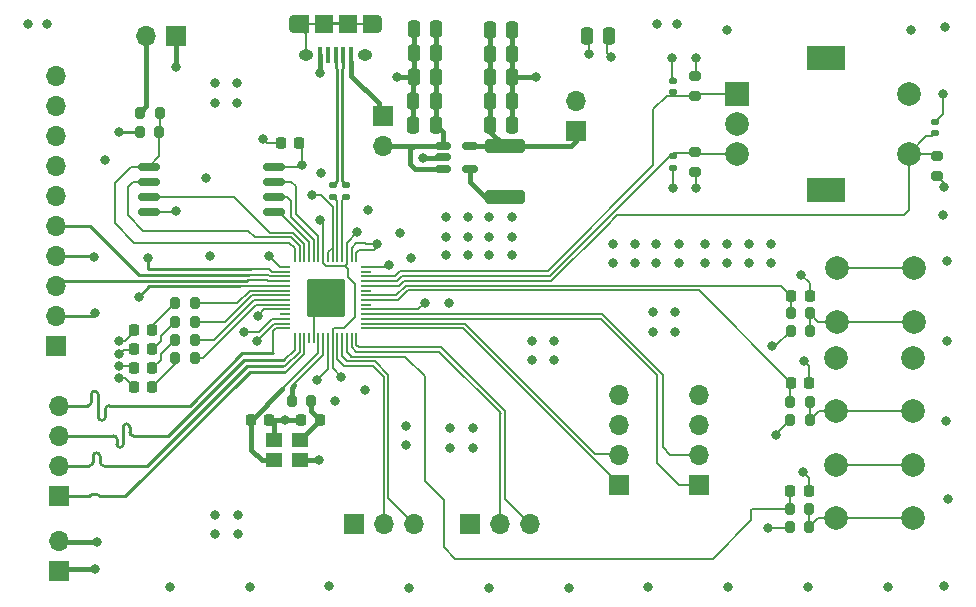
<source format=gtl>
G04 #@! TF.GenerationSoftware,KiCad,Pcbnew,6.0.6-3a73a75311~116~ubuntu20.04.1*
G04 #@! TF.CreationDate,2022-09-28T13:41:04-04:00*
G04 #@! TF.ProjectId,powerboard,706f7765-7262-46f6-9172-642e6b696361,rev?*
G04 #@! TF.SameCoordinates,Original*
G04 #@! TF.FileFunction,Copper,L1,Top*
G04 #@! TF.FilePolarity,Positive*
%FSLAX46Y46*%
G04 Gerber Fmt 4.6, Leading zero omitted, Abs format (unit mm)*
G04 Created by KiCad (PCBNEW 6.0.6-3a73a75311~116~ubuntu20.04.1) date 2022-09-28 13:41:04*
%MOMM*%
%LPD*%
G01*
G04 APERTURE LIST*
G04 Aperture macros list*
%AMRoundRect*
0 Rectangle with rounded corners*
0 $1 Rounding radius*
0 $2 $3 $4 $5 $6 $7 $8 $9 X,Y pos of 4 corners*
0 Add a 4 corners polygon primitive as box body*
4,1,4,$2,$3,$4,$5,$6,$7,$8,$9,$2,$3,0*
0 Add four circle primitives for the rounded corners*
1,1,$1+$1,$2,$3*
1,1,$1+$1,$4,$5*
1,1,$1+$1,$6,$7*
1,1,$1+$1,$8,$9*
0 Add four rect primitives between the rounded corners*
20,1,$1+$1,$2,$3,$4,$5,0*
20,1,$1+$1,$4,$5,$6,$7,0*
20,1,$1+$1,$6,$7,$8,$9,0*
20,1,$1+$1,$8,$9,$2,$3,0*%
G04 Aperture macros list end*
G04 #@! TA.AperFunction,SMDPad,CuDef*
%ADD10RoundRect,0.140000X0.170000X-0.140000X0.170000X0.140000X-0.170000X0.140000X-0.170000X-0.140000X0*%
G04 #@! TD*
G04 #@! TA.AperFunction,ComponentPad*
%ADD11C,2.000000*%
G04 #@! TD*
G04 #@! TA.AperFunction,SMDPad,CuDef*
%ADD12RoundRect,0.200000X0.200000X0.275000X-0.200000X0.275000X-0.200000X-0.275000X0.200000X-0.275000X0*%
G04 #@! TD*
G04 #@! TA.AperFunction,ComponentPad*
%ADD13R,1.700000X1.700000*%
G04 #@! TD*
G04 #@! TA.AperFunction,ComponentPad*
%ADD14O,1.700000X1.700000*%
G04 #@! TD*
G04 #@! TA.AperFunction,SMDPad,CuDef*
%ADD15R,0.400000X1.350000*%
G04 #@! TD*
G04 #@! TA.AperFunction,ComponentPad*
%ADD16O,0.890000X1.550000*%
G04 #@! TD*
G04 #@! TA.AperFunction,SMDPad,CuDef*
%ADD17R,1.500000X1.550000*%
G04 #@! TD*
G04 #@! TA.AperFunction,SMDPad,CuDef*
%ADD18R,1.200000X1.550000*%
G04 #@! TD*
G04 #@! TA.AperFunction,ComponentPad*
%ADD19O,1.250000X0.950000*%
G04 #@! TD*
G04 #@! TA.AperFunction,SMDPad,CuDef*
%ADD20RoundRect,0.225000X0.225000X0.250000X-0.225000X0.250000X-0.225000X-0.250000X0.225000X-0.250000X0*%
G04 #@! TD*
G04 #@! TA.AperFunction,SMDPad,CuDef*
%ADD21RoundRect,0.250000X-0.250000X-0.475000X0.250000X-0.475000X0.250000X0.475000X-0.250000X0.475000X0*%
G04 #@! TD*
G04 #@! TA.AperFunction,SMDPad,CuDef*
%ADD22RoundRect,0.250000X0.250000X0.475000X-0.250000X0.475000X-0.250000X-0.475000X0.250000X-0.475000X0*%
G04 #@! TD*
G04 #@! TA.AperFunction,SMDPad,CuDef*
%ADD23RoundRect,0.225000X-0.225000X-0.250000X0.225000X-0.250000X0.225000X0.250000X-0.225000X0.250000X0*%
G04 #@! TD*
G04 #@! TA.AperFunction,SMDPad,CuDef*
%ADD24RoundRect,0.218750X-0.218750X-0.256250X0.218750X-0.256250X0.218750X0.256250X-0.218750X0.256250X0*%
G04 #@! TD*
G04 #@! TA.AperFunction,SMDPad,CuDef*
%ADD25RoundRect,0.200000X-0.200000X-0.275000X0.200000X-0.275000X0.200000X0.275000X-0.200000X0.275000X0*%
G04 #@! TD*
G04 #@! TA.AperFunction,SMDPad,CuDef*
%ADD26RoundRect,0.200000X-0.275000X0.200000X-0.275000X-0.200000X0.275000X-0.200000X0.275000X0.200000X0*%
G04 #@! TD*
G04 #@! TA.AperFunction,SMDPad,CuDef*
%ADD27RoundRect,0.140000X-0.170000X0.140000X-0.170000X-0.140000X0.170000X-0.140000X0.170000X0.140000X0*%
G04 #@! TD*
G04 #@! TA.AperFunction,SMDPad,CuDef*
%ADD28RoundRect,0.150000X-0.512500X-0.150000X0.512500X-0.150000X0.512500X0.150000X-0.512500X0.150000X0*%
G04 #@! TD*
G04 #@! TA.AperFunction,ComponentPad*
%ADD29R,2.000000X2.000000*%
G04 #@! TD*
G04 #@! TA.AperFunction,ComponentPad*
%ADD30R,3.200000X2.000000*%
G04 #@! TD*
G04 #@! TA.AperFunction,SMDPad,CuDef*
%ADD31RoundRect,0.150000X-0.750000X-0.150000X0.750000X-0.150000X0.750000X0.150000X-0.750000X0.150000X0*%
G04 #@! TD*
G04 #@! TA.AperFunction,SMDPad,CuDef*
%ADD32R,1.400000X1.200000*%
G04 #@! TD*
G04 #@! TA.AperFunction,SMDPad,CuDef*
%ADD33RoundRect,0.135000X0.185000X-0.135000X0.185000X0.135000X-0.185000X0.135000X-0.185000X-0.135000X0*%
G04 #@! TD*
G04 #@! TA.AperFunction,SMDPad,CuDef*
%ADD34RoundRect,0.200000X0.275000X-0.200000X0.275000X0.200000X-0.275000X0.200000X-0.275000X-0.200000X0*%
G04 #@! TD*
G04 #@! TA.AperFunction,SMDPad,CuDef*
%ADD35RoundRect,0.050000X-0.387500X-0.050000X0.387500X-0.050000X0.387500X0.050000X-0.387500X0.050000X0*%
G04 #@! TD*
G04 #@! TA.AperFunction,SMDPad,CuDef*
%ADD36RoundRect,0.050000X-0.050000X-0.387500X0.050000X-0.387500X0.050000X0.387500X-0.050000X0.387500X0*%
G04 #@! TD*
G04 #@! TA.AperFunction,ComponentPad*
%ADD37C,0.600000*%
G04 #@! TD*
G04 #@! TA.AperFunction,SMDPad,CuDef*
%ADD38RoundRect,0.144000X-1.456000X-1.456000X1.456000X-1.456000X1.456000X1.456000X-1.456000X1.456000X0*%
G04 #@! TD*
G04 #@! TA.AperFunction,SMDPad,CuDef*
%ADD39RoundRect,0.250000X1.450000X-0.312500X1.450000X0.312500X-1.450000X0.312500X-1.450000X-0.312500X0*%
G04 #@! TD*
G04 #@! TA.AperFunction,ViaPad*
%ADD40C,0.800000*%
G04 #@! TD*
G04 #@! TA.AperFunction,Conductor*
%ADD41C,0.200000*%
G04 #@! TD*
G04 #@! TA.AperFunction,Conductor*
%ADD42C,0.400000*%
G04 #@! TD*
G04 #@! TA.AperFunction,Conductor*
%ADD43C,0.250000*%
G04 #@! TD*
G04 #@! TA.AperFunction,Conductor*
%ADD44C,0.254254*%
G04 #@! TD*
G04 #@! TA.AperFunction,Conductor*
%ADD45C,0.261112*%
G04 #@! TD*
G04 #@! TA.AperFunction,Conductor*
%ADD46C,0.293370*%
G04 #@! TD*
G04 APERTURE END LIST*
D10*
X127330200Y-25905400D03*
X127330200Y-24945400D03*
D11*
X125500200Y-37374000D03*
X119000200Y-37374000D03*
X125500200Y-41874000D03*
X119000200Y-41874000D03*
D12*
X74485000Y-48615600D03*
X72835000Y-48615600D03*
D13*
X87975200Y-58978800D03*
D14*
X90515200Y-58978800D03*
X93055200Y-58978800D03*
D15*
X77881000Y-19337000D03*
X77231000Y-19337000D03*
X76581000Y-19337000D03*
X75931000Y-19337000D03*
X75281000Y-19337000D03*
D16*
X80081000Y-16637000D03*
D17*
X75581000Y-16637000D03*
D18*
X79481000Y-16637000D03*
D19*
X74081000Y-19337000D03*
D16*
X73081000Y-16637000D03*
D19*
X79081000Y-19337000D03*
D17*
X77581000Y-16637000D03*
D18*
X73681000Y-16637000D03*
D20*
X70955200Y-50165000D03*
X69405200Y-50165000D03*
D21*
X89626400Y-25196800D03*
X91526400Y-25196800D03*
D11*
X125424000Y-54036400D03*
X118924000Y-54036400D03*
X125424000Y-58536400D03*
X118924000Y-58536400D03*
D22*
X85051750Y-23195200D03*
X83151750Y-23195200D03*
D23*
X115150600Y-39700200D03*
X116700600Y-39700200D03*
D24*
X59461300Y-45821600D03*
X61036300Y-45821600D03*
D22*
X85051750Y-25227200D03*
X83151750Y-25227200D03*
D25*
X114999000Y-59306400D03*
X116649000Y-59306400D03*
D13*
X107340400Y-55676800D03*
D14*
X107340400Y-53136800D03*
X107340400Y-50596800D03*
X107340400Y-48056800D03*
D20*
X73495200Y-26720800D03*
X71945200Y-26720800D03*
D23*
X115074400Y-56184800D03*
X116624400Y-56184800D03*
D22*
X85077150Y-19131200D03*
X83177150Y-19131200D03*
D23*
X115125200Y-47040800D03*
X116675200Y-47040800D03*
D25*
X60008000Y-24180800D03*
X61658000Y-24180800D03*
X115075200Y-50215800D03*
X116725200Y-50215800D03*
D26*
X107035600Y-21120600D03*
X107035600Y-22770600D03*
D10*
X105105200Y-22463400D03*
X105105200Y-21503400D03*
D27*
X105105200Y-27891800D03*
X105105200Y-28851800D03*
D12*
X64629800Y-40335200D03*
X62979800Y-40335200D03*
X116750600Y-41173400D03*
X115100600Y-41173400D03*
D13*
X78094600Y-58978800D03*
D14*
X80634600Y-58978800D03*
X83174600Y-58978800D03*
D13*
X100533600Y-55676800D03*
D14*
X100533600Y-53136800D03*
X100533600Y-50596800D03*
X100533600Y-48056800D03*
D21*
X89626400Y-21183600D03*
X91526400Y-21183600D03*
D13*
X63068200Y-17729200D03*
D14*
X60528200Y-17729200D03*
D12*
X64629800Y-44983400D03*
X62979800Y-44983400D03*
D28*
X85656650Y-27020400D03*
X85656650Y-27970400D03*
X85656650Y-28920400D03*
X87931650Y-28920400D03*
X87931650Y-27020400D03*
D29*
X110580600Y-22646000D03*
D11*
X110580600Y-27646000D03*
X110580600Y-25146000D03*
D30*
X118080600Y-30746000D03*
X118080600Y-19546000D03*
D11*
X125080600Y-27646000D03*
X125080600Y-22646000D03*
D12*
X64629800Y-41884600D03*
X62979800Y-41884600D03*
D23*
X73672400Y-50215800D03*
X75222400Y-50215800D03*
D22*
X85074800Y-17119600D03*
X83174800Y-17119600D03*
D13*
X53136800Y-56616600D03*
D14*
X53136800Y-54076600D03*
X53136800Y-51536600D03*
X53136800Y-48996600D03*
D25*
X115100600Y-42646600D03*
X116750600Y-42646600D03*
D21*
X89626400Y-23190200D03*
X91526400Y-23190200D03*
D31*
X60740400Y-28752800D03*
X60740400Y-30022800D03*
X60740400Y-31292800D03*
X60740400Y-32562800D03*
X71390400Y-32562800D03*
X71390400Y-31292800D03*
X71390400Y-30022800D03*
X71390400Y-28752800D03*
D32*
X73540800Y-51905800D03*
X71340800Y-51905800D03*
X71340800Y-53605800D03*
X73540800Y-53605800D03*
D24*
X59461300Y-42595800D03*
X61036300Y-42595800D03*
X59461300Y-44196000D03*
X61036300Y-44196000D03*
D21*
X89626400Y-19177000D03*
X91526400Y-19177000D03*
D33*
X76377800Y-31294800D03*
X76377800Y-30274800D03*
D12*
X116649000Y-57734200D03*
X114999000Y-57734200D03*
D24*
X59461300Y-47447200D03*
X61036300Y-47447200D03*
D12*
X116725200Y-48641000D03*
X115075200Y-48641000D03*
D13*
X96926400Y-25709800D03*
D14*
X96926400Y-23169800D03*
D13*
X53136800Y-62992000D03*
D14*
X53136800Y-60452000D03*
D22*
X85077150Y-21163200D03*
X83177150Y-21163200D03*
D11*
X125449400Y-44943200D03*
X118949400Y-44943200D03*
X118949400Y-49443200D03*
X125449400Y-49443200D03*
D34*
X107035600Y-29196800D03*
X107035600Y-27546800D03*
D13*
X80545750Y-24460200D03*
D14*
X80545750Y-27000200D03*
D35*
X72276900Y-37245650D03*
X72276900Y-37645650D03*
X72276900Y-38045650D03*
X72276900Y-38445650D03*
X72276900Y-38845650D03*
X72276900Y-39245650D03*
X72276900Y-39645650D03*
X72276900Y-40045650D03*
X72276900Y-40445650D03*
X72276900Y-40845650D03*
X72276900Y-41245650D03*
X72276900Y-41645650D03*
X72276900Y-42045650D03*
X72276900Y-42445650D03*
D36*
X73114400Y-43283150D03*
X73514400Y-43283150D03*
X73914400Y-43283150D03*
X74314400Y-43283150D03*
X74714400Y-43283150D03*
X75114400Y-43283150D03*
X75514400Y-43283150D03*
X75914400Y-43283150D03*
X76314400Y-43283150D03*
X76714400Y-43283150D03*
X77114400Y-43283150D03*
X77514400Y-43283150D03*
X77914400Y-43283150D03*
X78314400Y-43283150D03*
D35*
X79151900Y-42445650D03*
X79151900Y-42045650D03*
X79151900Y-41645650D03*
X79151900Y-41245650D03*
X79151900Y-40845650D03*
X79151900Y-40445650D03*
X79151900Y-40045650D03*
X79151900Y-39645650D03*
X79151900Y-39245650D03*
X79151900Y-38845650D03*
X79151900Y-38445650D03*
X79151900Y-38045650D03*
X79151900Y-37645650D03*
X79151900Y-37245650D03*
D36*
X78314400Y-36408150D03*
X77914400Y-36408150D03*
X77514400Y-36408150D03*
X77114400Y-36408150D03*
X76714400Y-36408150D03*
X76314400Y-36408150D03*
X75914400Y-36408150D03*
X75514400Y-36408150D03*
X75114400Y-36408150D03*
X74714400Y-36408150D03*
X74314400Y-36408150D03*
X73914400Y-36408150D03*
X73514400Y-36408150D03*
X73114400Y-36408150D03*
D37*
X75714400Y-41120650D03*
X75714400Y-39845650D03*
D38*
X75714400Y-39845650D03*
D37*
X74439400Y-41120650D03*
X75714400Y-38570650D03*
X76989400Y-41120650D03*
X76989400Y-39845650D03*
X74439400Y-38570650D03*
X74439400Y-39845650D03*
X76989400Y-38570650D03*
D34*
X127457200Y-29527000D03*
X127457200Y-27877000D03*
D39*
X90881200Y-31322100D03*
X90881200Y-27047100D03*
D13*
X52933600Y-43967400D03*
D14*
X52933600Y-41427400D03*
X52933600Y-38887400D03*
X52933600Y-36347400D03*
X52933600Y-33807400D03*
X52933600Y-31267400D03*
X52933600Y-28727400D03*
X52933600Y-26187400D03*
X52933600Y-23647400D03*
X52933600Y-21107400D03*
D21*
X89626400Y-17145000D03*
X91526400Y-17145000D03*
D25*
X59982600Y-25781000D03*
X61632600Y-25781000D03*
D21*
X97856000Y-17729200D03*
X99756000Y-17729200D03*
D12*
X64629800Y-43434000D03*
X62979800Y-43434000D03*
D33*
X77444600Y-31294800D03*
X77444600Y-30274800D03*
D40*
X57048400Y-28194000D03*
X65557400Y-29692600D03*
X103403400Y-42722800D03*
X70434200Y-26416000D03*
X100025200Y-35280600D03*
X82956400Y-36449000D03*
X99898200Y-19456400D03*
X63093600Y-20320000D03*
X66395600Y-58216800D03*
X89560400Y-33045400D03*
X52171600Y-16662400D03*
X101930200Y-35280600D03*
X93167200Y-45161200D03*
X81991200Y-34366200D03*
X116255800Y-45212000D03*
X58267600Y-44602400D03*
X113436400Y-36931600D03*
X88188800Y-50901600D03*
X89560400Y-34696400D03*
X81762600Y-21183600D03*
X88188800Y-52552600D03*
X103403400Y-41071800D03*
X65938400Y-36347400D03*
X105308400Y-41071800D03*
X87807800Y-36195000D03*
X105638600Y-36931600D03*
X111531400Y-35280600D03*
X127990600Y-32842200D03*
X66395600Y-59867800D03*
X123315185Y-64312800D03*
X68300600Y-59867800D03*
X93167200Y-43510200D03*
X111531400Y-36931600D03*
X82524600Y-50698400D03*
X91465400Y-34696400D03*
X105054400Y-19583400D03*
X72263000Y-50241200D03*
X103809800Y-16662400D03*
X75361800Y-29260800D03*
X101930200Y-36931600D03*
X115951000Y-37896800D03*
X95072200Y-43510200D03*
X89542260Y-64389000D03*
X91465400Y-33045400D03*
X95072200Y-45161200D03*
X75260200Y-20802600D03*
X116128800Y-54635400D03*
X89560400Y-36195000D03*
X113436400Y-35280600D03*
X62523920Y-64312800D03*
X109728000Y-17145000D03*
X109728000Y-36931600D03*
X107823000Y-35280600D03*
X127965200Y-22606000D03*
X82524600Y-52349400D03*
X103051430Y-64363600D03*
X79095600Y-47650400D03*
X58267600Y-45618400D03*
X107823000Y-36931600D03*
X103733600Y-36931600D03*
X116560600Y-64312800D03*
X93548200Y-21158200D03*
X66319400Y-21691600D03*
X79273400Y-32435800D03*
X69278505Y-64312800D03*
X68300600Y-58216800D03*
X83949350Y-27998550D03*
X76479400Y-48615600D03*
X105638600Y-35280600D03*
X76033090Y-64287400D03*
X109728000Y-35280600D03*
X91465400Y-36195000D03*
X128346200Y-43535600D03*
X128219200Y-50292000D03*
X128295400Y-36779200D03*
X85902800Y-33045400D03*
X85902800Y-36195000D03*
X68224400Y-23342600D03*
X63093600Y-32537400D03*
X75184000Y-53594000D03*
X105308400Y-42722800D03*
X125272800Y-17145000D03*
X87807800Y-34696400D03*
X85902800Y-34696400D03*
X100025200Y-36931600D03*
X66319400Y-23342600D03*
X86283800Y-50901600D03*
X128397000Y-56935917D03*
X58242200Y-46634400D03*
X56182300Y-62809200D03*
X86283800Y-52552600D03*
X128117600Y-64262000D03*
X105460800Y-16662400D03*
X58242200Y-43484800D03*
X103733600Y-35280600D03*
X68224400Y-21691600D03*
X105105200Y-30581600D03*
X96296845Y-64389000D03*
X50520600Y-16662400D03*
X86131400Y-40309800D03*
X128168400Y-16916400D03*
X87807800Y-33045400D03*
X82787675Y-64414400D03*
X109806015Y-64338200D03*
X80086200Y-35280600D03*
X81051400Y-37109400D03*
X70942200Y-36296600D03*
X70017647Y-41367178D03*
X128066800Y-30505400D03*
X56385500Y-60548600D03*
X74955400Y-46812200D03*
X84150200Y-40259000D03*
X107111800Y-30556200D03*
X73685400Y-28651200D03*
X113842800Y-51460400D03*
X107111800Y-19583400D03*
X113207800Y-59309000D03*
X113538000Y-43942000D03*
X98044000Y-19202400D03*
X74549000Y-31165800D03*
X58242200Y-25781000D03*
X75285600Y-33248600D03*
X77063600Y-46583600D03*
X78384400Y-34315400D03*
X60655200Y-36449000D03*
X56235600Y-41122600D03*
X59918600Y-39827200D03*
X56108600Y-36372800D03*
X69875400Y-43484800D03*
X68808600Y-42722800D03*
D41*
X126526200Y-26200400D02*
X127035200Y-26200400D01*
X127035200Y-26200400D02*
X127330200Y-25905400D01*
X127965200Y-22606000D02*
X127965200Y-24310400D01*
X127965200Y-24310400D02*
X127330200Y-24945400D01*
X58699300Y-46634400D02*
X59461300Y-47396400D01*
X118949400Y-37374000D02*
X125449400Y-37374000D01*
D42*
X75172200Y-53605800D02*
X75184000Y-53594000D01*
X91526400Y-25196800D02*
X91526400Y-17145000D01*
D41*
X59258100Y-45618400D02*
X59461300Y-45821600D01*
D42*
X63093600Y-20320000D02*
X63093600Y-17754600D01*
D41*
X58699300Y-43484800D02*
X59461300Y-42722800D01*
D42*
X91526400Y-21183600D02*
X93522800Y-21183600D01*
X70955200Y-50165000D02*
X72186800Y-50165000D01*
D41*
X118924000Y-54036400D02*
X125424000Y-54036400D01*
X116624400Y-56184800D02*
X116624400Y-55131000D01*
D42*
X71340800Y-51905800D02*
X71340800Y-50550600D01*
X56182300Y-62809200D02*
X53875900Y-62809200D01*
D41*
X63068200Y-32562800D02*
X60740400Y-32562800D01*
D42*
X83177150Y-21163200D02*
X83177150Y-19131200D01*
X73672400Y-50215800D02*
X72288400Y-50215800D01*
D41*
X105054400Y-19583400D02*
X105054400Y-21157600D01*
D42*
X81762600Y-21183600D02*
X83156750Y-21183600D01*
X72186800Y-50165000D02*
X72263000Y-50241200D01*
D41*
X58267600Y-45618400D02*
X59258100Y-45618400D01*
X59461300Y-44246800D02*
X58623200Y-44246800D01*
D42*
X75260200Y-19352800D02*
X75281000Y-19332000D01*
D41*
X74714400Y-43283150D02*
X74714400Y-41395650D01*
X77731000Y-16672000D02*
X79956000Y-16672000D01*
D42*
X72288400Y-50215800D02*
X72263000Y-50241200D01*
X83151750Y-21188600D02*
X83177150Y-21163200D01*
X83174800Y-17068800D02*
X83174800Y-19128850D01*
X85628500Y-27998550D02*
X85656650Y-27970400D01*
D41*
X99898200Y-19456400D02*
X99581000Y-19139200D01*
D42*
X63093600Y-17754600D02*
X63068200Y-17729200D01*
D41*
X58242200Y-46634400D02*
X58699300Y-46634400D01*
X99581000Y-19139200D02*
X99581000Y-17729200D01*
X63093600Y-32537400D02*
X63068200Y-32562800D01*
X70739000Y-26720800D02*
X70434200Y-26416000D01*
X116675200Y-47040800D02*
X116675200Y-45631400D01*
X116700600Y-38646400D02*
X116700600Y-39700200D01*
X58242200Y-43484800D02*
X58699300Y-43484800D01*
X74093500Y-19247000D02*
X74093500Y-17559500D01*
D42*
X75260200Y-20802600D02*
X75260200Y-19352800D01*
D41*
X115951000Y-37896800D02*
X116700600Y-38646400D01*
X74093500Y-17559500D02*
X73206000Y-16672000D01*
D42*
X83151750Y-25227200D02*
X83151750Y-23195200D01*
D41*
X116624400Y-55131000D02*
X116128800Y-54635400D01*
D43*
X75581000Y-16572000D02*
X77581000Y-16572000D01*
D41*
X105054400Y-21157600D02*
X105105200Y-21208400D01*
D42*
X93522800Y-21183600D02*
X93548200Y-21158200D01*
X85605850Y-28021200D02*
X85583200Y-27998550D01*
X83156750Y-21183600D02*
X83177150Y-21163200D01*
X71340800Y-50550600D02*
X70955200Y-50165000D01*
D41*
X71945200Y-26720800D02*
X70739000Y-26720800D01*
D42*
X83151750Y-23195200D02*
X83151750Y-21188600D01*
D41*
X75031000Y-16672000D02*
X73206000Y-16672000D01*
X74714400Y-41395650D02*
X74439400Y-41120650D01*
D42*
X83949350Y-27998550D02*
X85628500Y-27998550D01*
X83174800Y-19128850D02*
X83177150Y-19131200D01*
X73540800Y-53605800D02*
X75172200Y-53605800D01*
X85583200Y-27998550D02*
X83949350Y-27998550D01*
D41*
X105105200Y-30581600D02*
X105105200Y-29146800D01*
X58623200Y-44246800D02*
X58267600Y-44602400D01*
X116675200Y-45631400D02*
X116255800Y-45212000D01*
X79121000Y-35255200D02*
X79146400Y-35280600D01*
X79806800Y-35788600D02*
X80086200Y-35509200D01*
D44*
X59982600Y-25781000D02*
X58242200Y-25781000D01*
D41*
X98031000Y-19189400D02*
X98031000Y-17729200D01*
X107111800Y-19583400D02*
X107111800Y-21044400D01*
X75914400Y-36408150D02*
X75914400Y-36023600D01*
X107111800Y-30556200D02*
X107111800Y-29273000D01*
X76314400Y-32166583D02*
X76314400Y-35623600D01*
X74955400Y-46812200D02*
X75914400Y-45853200D01*
X81051400Y-37109400D02*
X80915150Y-37245650D01*
X83563550Y-40845650D02*
X79151900Y-40845650D01*
X80915150Y-37245650D02*
X79151900Y-37245650D01*
X114996400Y-59309000D02*
X114999000Y-59306400D01*
X76314400Y-36408150D02*
X76314400Y-35623600D01*
X128066800Y-30126400D02*
X127254000Y-29313600D01*
X113538000Y-43942000D02*
X113805200Y-43942000D01*
X70942200Y-36296600D02*
X71891250Y-37245650D01*
X113944400Y-51346600D02*
X115075200Y-50215800D01*
X74549000Y-31165800D02*
X75313617Y-31165800D01*
X79146400Y-35280600D02*
X80086200Y-35280600D01*
X113207800Y-59309000D02*
X114996400Y-59309000D01*
X107111800Y-21044400D02*
X107035600Y-21120600D01*
X78308200Y-35255200D02*
X79121000Y-35255200D01*
X77914400Y-36408150D02*
X77914400Y-35649000D01*
X75914400Y-36023600D02*
X76314400Y-35623600D01*
X84150200Y-40259000D02*
X83563550Y-40845650D01*
X107111800Y-29273000D02*
X107035600Y-29196800D01*
X98044000Y-19202400D02*
X98031000Y-19189400D01*
X75914400Y-45853200D02*
X75914400Y-43283150D01*
X77914400Y-35649000D02*
X78308200Y-35255200D01*
X128066800Y-30505400D02*
X128066800Y-30126400D01*
D42*
X56339700Y-60502800D02*
X53743900Y-60502800D01*
D41*
X78314400Y-36408150D02*
X78314400Y-36036400D01*
X73685400Y-28651200D02*
X73685400Y-26911000D01*
X71891250Y-37245650D02*
X72276900Y-37245650D01*
X75313617Y-31165800D02*
X76314400Y-32166583D01*
X78562200Y-35788600D02*
X79806800Y-35788600D01*
X73583800Y-28752800D02*
X71390400Y-28752800D01*
X73685400Y-26911000D02*
X73495200Y-26720800D01*
X113805200Y-43942000D02*
X115100600Y-42646600D01*
X80086200Y-35509200D02*
X80086200Y-35280600D01*
X70017647Y-41367178D02*
X70539175Y-40845650D01*
X78314400Y-36036400D02*
X78562200Y-35788600D01*
X70539175Y-40845650D02*
X72276900Y-40845650D01*
X73685400Y-28651200D02*
X73583800Y-28752800D01*
X77647800Y-37461300D02*
X77332150Y-37145650D01*
X77332150Y-37145650D02*
X77514400Y-36963400D01*
X76314400Y-42532200D02*
X76428600Y-42418000D01*
X77292200Y-42418000D02*
X78232000Y-41478200D01*
X75285600Y-33248600D02*
X75514400Y-33477400D01*
X76314400Y-43283150D02*
X76314400Y-42532200D01*
X78232000Y-41478200D02*
X78232000Y-38658800D01*
X77063600Y-46583600D02*
X76314400Y-45834400D01*
X77514400Y-35185400D02*
X77514400Y-36408150D01*
X75514400Y-36408150D02*
X75514400Y-36940625D01*
X75719425Y-37145650D02*
X77332150Y-37145650D01*
X77514400Y-36963400D02*
X77514400Y-36408150D01*
X78232000Y-38658800D02*
X77647800Y-38074600D01*
X75514400Y-36940625D02*
X75719425Y-37145650D01*
X77647800Y-38074600D02*
X77647800Y-37461300D01*
X78384400Y-34315400D02*
X77514400Y-35185400D01*
X75514400Y-33477400D02*
X75514400Y-36940625D01*
X76428600Y-42418000D02*
X77292200Y-42418000D01*
X76314400Y-45834400D02*
X76314400Y-43283150D01*
D42*
X70293600Y-53605800D02*
X69405200Y-52717400D01*
X69405200Y-50165000D02*
X69469000Y-50165000D01*
D41*
X75114400Y-44519600D02*
X72034400Y-47599600D01*
D42*
X71340800Y-53605800D02*
X70293600Y-53605800D01*
D41*
X75114400Y-43283150D02*
X75114400Y-44519600D01*
D42*
X69405200Y-52717400D02*
X69405200Y-50165000D01*
X69469000Y-50165000D02*
X72034400Y-47599600D01*
X75222400Y-50224200D02*
X73540800Y-51905800D01*
X74485000Y-49478400D02*
X75222400Y-50215800D01*
X75222400Y-50215800D02*
X75222400Y-50224200D01*
X74485000Y-48615600D02*
X74485000Y-49478400D01*
D41*
X115075200Y-47090800D02*
X115125200Y-47040800D01*
X115075200Y-48641000D02*
X115075200Y-47090800D01*
X115125200Y-47040800D02*
X107308400Y-39224000D01*
X107308400Y-39224000D02*
X105714800Y-39224000D01*
X82704185Y-39224000D02*
X105809800Y-39224000D01*
X81882535Y-40045650D02*
X82704185Y-39224000D01*
X79151900Y-40045650D02*
X81882535Y-40045650D01*
X114999000Y-57734200D02*
X114999000Y-56260200D01*
X84099400Y-46482000D02*
X84099400Y-55346600D01*
X86715600Y-61950600D02*
X108483400Y-61950600D01*
X85750400Y-60985400D02*
X86715600Y-61950600D01*
X114999000Y-56260200D02*
X115074400Y-56184800D01*
X85750400Y-56997600D02*
X85750400Y-60985400D01*
X108483400Y-61950600D02*
X111734600Y-58699400D01*
X77901800Y-44805600D02*
X77901800Y-44831000D01*
X82448400Y-44831000D02*
X84099400Y-46482000D01*
X111734600Y-57835800D02*
X111836200Y-57734200D01*
X77901800Y-44831000D02*
X82448400Y-44831000D01*
X77514400Y-43283150D02*
X77514400Y-44418200D01*
X111836200Y-57734200D02*
X114999000Y-57734200D01*
X77514400Y-44418200D02*
X77901800Y-44805600D01*
X84099400Y-55346600D02*
X85750400Y-56997600D01*
X111734600Y-58699400D02*
X111734600Y-57835800D01*
X115100600Y-41173400D02*
X115100600Y-39750200D01*
X114274400Y-38824000D02*
X115150600Y-39700200D01*
X81716849Y-39645650D02*
X82538499Y-38824000D01*
X82538499Y-38824000D02*
X114274400Y-38824000D01*
X115100600Y-39750200D02*
X115150600Y-39700200D01*
X79151900Y-39645650D02*
X81716849Y-39645650D01*
D45*
X77444600Y-30251400D02*
X77444600Y-30274800D01*
X77231000Y-20367001D02*
X77138156Y-20459845D01*
X77231000Y-19332000D02*
X77231000Y-20367001D01*
X77138156Y-20459845D02*
X77138156Y-29944956D01*
X77138156Y-29944956D02*
X77444600Y-30251400D01*
X76673844Y-20459845D02*
X76673844Y-30004156D01*
X76581000Y-20367001D02*
X76673844Y-20459845D01*
X76673844Y-30004156D02*
X76648444Y-30004156D01*
X76648444Y-30004156D02*
X76377800Y-30274800D01*
X76581000Y-19332000D02*
X76581000Y-20367001D01*
D42*
X60008000Y-24180800D02*
X60528200Y-23660600D01*
X60528200Y-23660600D02*
X60528200Y-17729200D01*
D41*
X70942200Y-37414200D02*
X69392800Y-37414200D01*
D46*
X60680600Y-36474400D02*
X60655200Y-36449000D01*
D41*
X71173650Y-37645650D02*
X70942200Y-37414200D01*
D46*
X60680600Y-37414200D02*
X60680600Y-36474400D01*
X56235600Y-41122600D02*
X55930800Y-41427400D01*
X55930800Y-41427400D02*
X52933600Y-41427400D01*
X69392800Y-37414200D02*
X60680600Y-37414200D01*
D41*
X72276900Y-37645650D02*
X71173650Y-37645650D01*
X68496835Y-38847625D02*
X68450150Y-38894310D01*
X69221348Y-38845650D02*
X69219373Y-38847625D01*
X72276900Y-38845650D02*
X69221348Y-38845650D01*
D46*
X60800690Y-38894310D02*
X68450150Y-38894310D01*
D41*
X69219373Y-38847625D02*
X68496835Y-38847625D01*
D46*
X56083200Y-36347400D02*
X52933600Y-36347400D01*
X56108600Y-36372800D02*
X56083200Y-36347400D01*
X60800690Y-38894310D02*
X59918600Y-39776400D01*
X59918600Y-39776400D02*
X59918600Y-39827200D01*
D41*
X69273720Y-37896800D02*
X69262950Y-37907570D01*
X70840600Y-37896800D02*
X69273720Y-37896800D01*
D46*
X59903970Y-37907570D02*
X55803800Y-33807400D01*
D41*
X72276900Y-38045650D02*
X70989450Y-38045650D01*
D46*
X69262950Y-37907570D02*
X59903970Y-37907570D01*
X55803800Y-33807400D02*
X52933600Y-33807400D01*
D41*
X70989450Y-38045650D02*
X70840600Y-37896800D01*
X69077847Y-38357443D02*
X69034350Y-38400940D01*
X70735557Y-38357443D02*
X69077847Y-38357443D01*
D46*
X69034350Y-38400940D02*
X53420060Y-38400940D01*
D41*
X72276900Y-38445650D02*
X70823764Y-38445650D01*
D46*
X53420060Y-38400940D02*
X52933600Y-38887400D01*
D41*
X70823764Y-38445650D02*
X70735557Y-38357443D01*
D42*
X87931650Y-30048494D02*
X89205256Y-31322100D01*
X87931650Y-28920400D02*
X87931650Y-30048494D01*
X89205256Y-31322100D02*
X90881200Y-31322100D01*
D41*
X76714400Y-31631400D02*
X76377800Y-31294800D01*
X76714400Y-36408150D02*
X76714400Y-31631400D01*
X77137800Y-31601600D02*
X77444600Y-31294800D01*
X77114400Y-36408150D02*
X77114400Y-31601600D01*
X77114400Y-31601600D02*
X77137800Y-31601600D01*
X61632600Y-25781000D02*
X61632600Y-27860600D01*
X60740400Y-28752800D02*
X59232800Y-28752800D01*
X72645000Y-35179000D02*
X73114400Y-35648400D01*
X57886600Y-33553400D02*
X59512200Y-35179000D01*
X61658000Y-24180800D02*
X61658000Y-25755600D01*
X61632600Y-27860600D02*
X60740400Y-28752800D01*
X57886600Y-30099000D02*
X57886600Y-33553400D01*
X73114400Y-36408150D02*
X73114400Y-35648400D01*
X59512200Y-35179000D02*
X72645000Y-35179000D01*
X59232800Y-28752800D02*
X57886600Y-30099000D01*
X61658000Y-25755600D02*
X61632600Y-25781000D01*
D42*
X72835000Y-48615600D02*
X72835000Y-47506106D01*
D41*
X75514400Y-43283150D02*
X75514400Y-44685286D01*
X75514400Y-44685286D02*
X72987400Y-47212286D01*
D42*
X72835000Y-47506106D02*
X73058110Y-47282996D01*
D41*
X118949400Y-49443200D02*
X125449400Y-49443200D01*
X116725200Y-50215800D02*
X117497800Y-49443200D01*
X117497800Y-49443200D02*
X118949400Y-49443200D01*
X116725200Y-48641000D02*
X116725200Y-50215800D01*
X116649000Y-57734200D02*
X116649000Y-59306400D01*
X118924000Y-58536400D02*
X125424000Y-58536400D01*
X116649000Y-59306400D02*
X117419000Y-58536400D01*
X117419000Y-58536400D02*
X118924000Y-58536400D01*
X117451200Y-41874000D02*
X118949400Y-41874000D01*
X116750600Y-41173400D02*
X117451200Y-41874000D01*
X118949400Y-41874000D02*
X125449400Y-41874000D01*
X116750600Y-41173400D02*
X116750600Y-42646600D01*
X59436000Y-30022800D02*
X60740400Y-30022800D01*
X69754800Y-34753600D02*
X69164200Y-34163000D01*
X59004200Y-32867600D02*
X59004200Y-30454600D01*
X73514400Y-36408150D02*
X73514400Y-35482715D01*
X72785285Y-34753600D02*
X69754800Y-34753600D01*
X59004200Y-30454600D02*
X59436000Y-30022800D01*
X73514400Y-35482715D02*
X72785285Y-34753600D01*
X60299600Y-34163000D02*
X59004200Y-32867600D01*
X69164200Y-34163000D02*
X60299600Y-34163000D01*
X73914400Y-36408150D02*
X73914400Y-35306400D01*
X73914400Y-35306400D02*
X72961600Y-34353600D01*
X72961600Y-34353600D02*
X71031200Y-34353600D01*
X71031200Y-34353600D02*
X67970400Y-31292800D01*
X67970400Y-31292800D02*
X60740400Y-31292800D01*
X74314400Y-35140714D02*
X74314400Y-36408150D01*
X74314400Y-35140714D02*
X71736486Y-32562800D01*
X71736486Y-32562800D02*
X71390400Y-32562800D01*
X74714400Y-34975028D02*
X72796400Y-33057028D01*
X74714400Y-36408150D02*
X74714400Y-34975028D01*
X72796400Y-31623000D02*
X72466200Y-31292800D01*
X72796400Y-33057028D02*
X72796400Y-31623000D01*
X72466200Y-31292800D02*
X71390400Y-31292800D01*
X73196400Y-30397400D02*
X72821800Y-30022800D01*
X72821800Y-30022800D02*
X71390400Y-30022800D01*
X75114400Y-34652200D02*
X73196400Y-32734200D01*
X73196400Y-32734200D02*
X73196400Y-30397400D01*
X75114400Y-36408150D02*
X75114400Y-34652200D01*
X69919315Y-43484800D02*
X71358465Y-42045650D01*
X71358465Y-42045650D02*
X72276900Y-42045650D01*
X69875400Y-43484800D02*
X69919315Y-43484800D01*
X71192779Y-41645650D02*
X72276900Y-41645650D01*
X70115630Y-42722800D02*
X71192779Y-41645650D01*
X68808600Y-42722800D02*
X70115630Y-42722800D01*
X94843686Y-38424000D02*
X99425243Y-33842443D01*
X125080600Y-32450200D02*
X124688600Y-32842200D01*
X99425243Y-33842443D02*
X100400086Y-32867600D01*
X125080600Y-27646000D02*
X127226200Y-27646000D01*
X124688600Y-32842200D02*
X100425486Y-32842200D01*
X81951163Y-38845650D02*
X82372813Y-38424000D01*
X100425486Y-32842200D02*
X100400086Y-32867600D01*
X82372813Y-38424000D02*
X94519600Y-38424000D01*
X94519600Y-38424000D02*
X94843686Y-38424000D01*
X125080600Y-27646000D02*
X125080600Y-32450200D01*
X127226200Y-27646000D02*
X127457200Y-27877000D01*
X100400086Y-32867600D02*
X100406200Y-32867600D01*
X126526200Y-26200400D02*
X125080600Y-27646000D01*
X79151900Y-38845650D02*
X81951163Y-38845650D01*
X107134800Y-27646000D02*
X110580600Y-27646000D01*
X81785477Y-38445650D02*
X82207127Y-38024000D01*
X107035600Y-27546800D02*
X107134800Y-27646000D01*
X105105200Y-27596800D02*
X106985600Y-27596800D01*
X79151900Y-38445650D02*
X81785477Y-38445650D01*
X94678000Y-38024000D02*
X105105200Y-27596800D01*
X106985600Y-27596800D02*
X107035600Y-27546800D01*
X82207127Y-38024000D02*
X94678000Y-38024000D01*
D46*
X69291200Y-46103105D02*
X72290505Y-46103105D01*
D41*
X73914400Y-43283150D02*
X73914400Y-44576600D01*
X72387895Y-46103105D02*
X72290505Y-46103105D01*
D46*
X55928400Y-56466600D02*
X56378400Y-56466600D01*
X56978400Y-56616600D02*
X58777705Y-56616600D01*
D41*
X73914400Y-44576600D02*
X72387895Y-46103105D01*
D46*
X53721000Y-56616600D02*
X55778400Y-56616600D01*
X58777705Y-56616600D02*
X69291200Y-46103105D01*
X56528400Y-56616600D02*
X56978400Y-56616600D01*
X56528400Y-56616600D02*
G75*
G02*
X56453400Y-56541600I0J75000D01*
G01*
X55928400Y-56466600D02*
G75*
G03*
X55853400Y-56541600I0J-75000D01*
G01*
X56453400Y-56541600D02*
G75*
G03*
X56378400Y-56466600I-75000J0D01*
G01*
X55853400Y-56541600D02*
G75*
G02*
X55778400Y-56616600I-75000J0D01*
G01*
X56927600Y-54076600D02*
X60570335Y-54076600D01*
X53721000Y-54076600D02*
X55727600Y-54076600D01*
X56027600Y-53776600D02*
X56027600Y-53276600D01*
D41*
X73514400Y-43283150D02*
X73514400Y-44410914D01*
D46*
X60570335Y-54076600D02*
X69037200Y-45609735D01*
X56627600Y-53276600D02*
X56627600Y-53776600D01*
D41*
X72315579Y-45609735D02*
X72093865Y-45609735D01*
X73514400Y-44410914D02*
X72315579Y-45609735D01*
D46*
X69037200Y-45609735D02*
X72093865Y-45609735D01*
X56327600Y-52976600D02*
G75*
G03*
X56027600Y-53276600I0J-300000D01*
G01*
X56027600Y-53776600D02*
G75*
G02*
X55727600Y-54076600I-300000J0D01*
G01*
X56927600Y-54076600D02*
G75*
G02*
X56627600Y-53776600I0J300000D01*
G01*
X56627600Y-53276600D02*
G75*
G03*
X56327600Y-52976600I-300000J0D01*
G01*
D41*
X79717799Y-45630999D02*
X80639600Y-46552800D01*
X76714400Y-45040600D02*
X77304800Y-45631000D01*
X77304800Y-45631000D02*
X79717799Y-45630999D01*
X76714400Y-43283150D02*
X76714400Y-45040600D01*
X80639600Y-46552800D02*
X80639600Y-58242600D01*
X77542757Y-45215443D02*
X77558314Y-45231000D01*
X77558314Y-45231000D02*
X79883485Y-45231000D01*
X81039600Y-56843800D02*
X83174600Y-58978800D01*
X79883485Y-45231000D02*
X81039600Y-46387115D01*
X77114400Y-43283150D02*
X77114400Y-44787086D01*
X77542757Y-45215443D02*
X77558315Y-45231000D01*
X81039600Y-46387115D02*
X81039600Y-56843800D01*
X77114400Y-44787086D02*
X77542757Y-45215443D01*
X77914400Y-44018200D02*
X78327200Y-44431000D01*
X77914400Y-43283150D02*
X77914400Y-44018200D01*
X78327200Y-44431000D02*
X85343514Y-44431000D01*
X90534857Y-49622343D02*
X90515200Y-49642000D01*
X85343514Y-44431000D02*
X90534857Y-49622343D01*
X90515200Y-49642000D02*
X90515200Y-58242600D01*
X90934857Y-56858457D02*
X93055200Y-58978800D01*
X78529775Y-44031000D02*
X85509200Y-44031000D01*
X85509200Y-44031000D02*
X90934857Y-49456657D01*
X90934857Y-49456657D02*
X90934857Y-56858457D01*
X78314400Y-43815625D02*
X78529775Y-44031000D01*
X78314400Y-43283150D02*
X78314400Y-43815625D01*
X103759000Y-53822600D02*
X105613200Y-55676800D01*
X79151900Y-41645650D02*
X98998850Y-41645650D01*
X105613200Y-55676800D02*
X107340400Y-55676800D01*
X98998850Y-41645650D02*
X103759000Y-46405800D01*
X103759000Y-46405800D02*
X103759000Y-53822600D01*
X104292400Y-52527200D02*
X104902000Y-53136800D01*
X104902000Y-53136800D02*
X107340400Y-53136800D01*
X99164536Y-41245650D02*
X104292400Y-46373514D01*
X104292400Y-46373514D02*
X104292400Y-52527200D01*
X79151900Y-41245650D02*
X99164536Y-41245650D01*
X107160200Y-22646000D02*
X110580600Y-22646000D01*
X103479600Y-23876000D02*
X104597200Y-22758400D01*
X94512314Y-37624000D02*
X103479600Y-28656714D01*
X107035600Y-22770600D02*
X107160200Y-22646000D01*
X79151900Y-38045650D02*
X81619791Y-38045650D01*
X81619791Y-38045650D02*
X82041441Y-37624000D01*
X107023400Y-22758400D02*
X107035600Y-22770600D01*
X103479600Y-28656714D02*
X103479600Y-23876000D01*
X82041441Y-37624000D02*
X94512314Y-37624000D01*
X104597200Y-22758400D02*
X107023400Y-22758400D01*
X73114400Y-44245228D02*
X73114400Y-43283150D01*
X73114400Y-44245228D02*
X72240557Y-45119071D01*
D46*
X62368930Y-51536600D02*
X68789165Y-45116365D01*
X59908097Y-51536600D02*
X62368930Y-51536600D01*
X58584600Y-51811600D02*
X58584600Y-50811600D01*
X58584600Y-52261600D02*
X58584600Y-51811600D01*
X59409600Y-51536600D02*
X59908097Y-51536600D01*
X59134600Y-50811600D02*
X59134600Y-51261600D01*
X68789165Y-45116365D02*
X72177241Y-45116365D01*
X58034600Y-51811600D02*
X58034600Y-52261600D01*
X53721000Y-51536600D02*
X57759600Y-51536600D01*
X59409600Y-51536600D02*
G75*
G02*
X59134600Y-51261600I0J275000D01*
G01*
X58584600Y-52261600D02*
G75*
G02*
X58309600Y-52536600I-275000J0D01*
G01*
X59134600Y-50811600D02*
G75*
G03*
X58859600Y-50536600I-275000J0D01*
G01*
X58309600Y-52536600D02*
G75*
G02*
X58034600Y-52261600I0J275000D01*
G01*
X58859600Y-50536600D02*
G75*
G03*
X58584600Y-50811600I0J-275000D01*
G01*
X58034600Y-51811600D02*
G75*
G03*
X57759600Y-51536600I-275000J0D01*
G01*
X57075200Y-49946600D02*
X57075200Y-49296600D01*
X64211200Y-48996600D02*
X68681600Y-44526200D01*
X68681600Y-44526200D02*
X71297800Y-44526200D01*
D41*
X72276900Y-42445650D02*
X71524150Y-42445650D01*
D46*
X55875200Y-48696600D02*
X55875200Y-48046600D01*
X56475200Y-48696600D02*
X56475200Y-49946600D01*
D41*
X71297800Y-42672000D02*
X71297800Y-44526200D01*
D46*
X56475200Y-48046600D02*
X56475200Y-48696600D01*
X57375200Y-48996600D02*
X57844586Y-48996600D01*
X57844586Y-48996600D02*
X64211200Y-48996600D01*
D41*
X71524150Y-42445650D02*
X71297800Y-42672000D01*
D46*
X53721000Y-48996600D02*
X55575200Y-48996600D01*
X55875200Y-48696600D02*
G75*
G02*
X55575200Y-48996600I-300000J0D01*
G01*
X56475200Y-48046600D02*
G75*
G03*
X56175200Y-47746600I-300000J0D01*
G01*
X57375200Y-48996600D02*
G75*
G03*
X57075200Y-49296600I0J-300000D01*
G01*
X56775200Y-50246600D02*
G75*
G02*
X56475200Y-49946600I0J300000D01*
G01*
X56175200Y-47746600D02*
G75*
G03*
X55875200Y-48046600I0J-300000D01*
G01*
X57075200Y-49946600D02*
G75*
G02*
X56775200Y-50246600I-300000J0D01*
G01*
D41*
X61036300Y-42722800D02*
X61036300Y-42278700D01*
X61036300Y-42278700D02*
X62979800Y-40335200D01*
X61773800Y-43090600D02*
X62979800Y-41884600D01*
X61036300Y-44246800D02*
X61773800Y-43509300D01*
X61773800Y-43509300D02*
X61773800Y-43090600D01*
X61773800Y-45084100D02*
X61773800Y-44640000D01*
X61036300Y-45821600D02*
X61773800Y-45084100D01*
X61773800Y-44640000D02*
X62979800Y-43434000D01*
X61036300Y-47396400D02*
X62979800Y-45452900D01*
X62979800Y-45452900D02*
X62979800Y-44983400D01*
X72276900Y-39245650D02*
X69313950Y-39245650D01*
X68224400Y-40335200D02*
X64629800Y-40335200D01*
X69313950Y-39245650D02*
X68224400Y-40335200D01*
X69479636Y-39645650D02*
X72276900Y-39645650D01*
X67240686Y-41884600D02*
X69479636Y-39645650D01*
X64629800Y-41884600D02*
X67240686Y-41884600D01*
X64629800Y-43434000D02*
X66268600Y-43434000D01*
X69656950Y-40045650D02*
X72276900Y-40045650D01*
X66268600Y-43434000D02*
X69656950Y-40045650D01*
X65303400Y-44983400D02*
X69841150Y-40445650D01*
X69841150Y-40445650D02*
X72276900Y-40445650D01*
X64629800Y-44983400D02*
X65303400Y-44983400D01*
D42*
X77870800Y-19928900D02*
X77870800Y-21068900D01*
X80203000Y-24117450D02*
X80545750Y-24460200D01*
X80203000Y-23401100D02*
X80203000Y-24117450D01*
X77870800Y-21068900D02*
X80203000Y-23401100D01*
D41*
X87363250Y-42445650D02*
X100533600Y-55616000D01*
X79151900Y-42445650D02*
X87363250Y-42445650D01*
X79151900Y-42045650D02*
X87537050Y-42045650D01*
X98567400Y-53076000D02*
X100533600Y-53076000D01*
X87537050Y-42045650D02*
X98567400Y-53076000D01*
D42*
X85656650Y-27020400D02*
X85656650Y-25832100D01*
X85656650Y-25832100D02*
X85051750Y-25227200D01*
X85051750Y-21188600D02*
X85077150Y-21163200D01*
X81282350Y-27000200D02*
X83360450Y-27000200D01*
X85051750Y-25227200D02*
X85051750Y-23195200D01*
X85656650Y-28920400D02*
X83273750Y-28920400D01*
X85077150Y-19131200D02*
X85077150Y-21163200D01*
X82907950Y-27284600D02*
X83172150Y-27020400D01*
X85074800Y-17068800D02*
X85074800Y-19128850D01*
X83172150Y-27020400D02*
X85656650Y-27020400D01*
X82907950Y-28554600D02*
X82907950Y-27284600D01*
X85051750Y-23195200D02*
X85051750Y-21188600D01*
X85074800Y-19128850D02*
X85077150Y-19131200D01*
X83273750Y-28920400D02*
X82907950Y-28554600D01*
X89626400Y-17145000D02*
X89626400Y-25792300D01*
X96926400Y-26619200D02*
X96926400Y-25709800D01*
X90881200Y-27047100D02*
X96498500Y-27047100D01*
X90854500Y-27020400D02*
X90881200Y-27047100D01*
X96498500Y-27047100D02*
X96926400Y-26619200D01*
X89626400Y-25792300D02*
X90881200Y-27047100D01*
X87931650Y-27020400D02*
X90854500Y-27020400D01*
M02*

</source>
